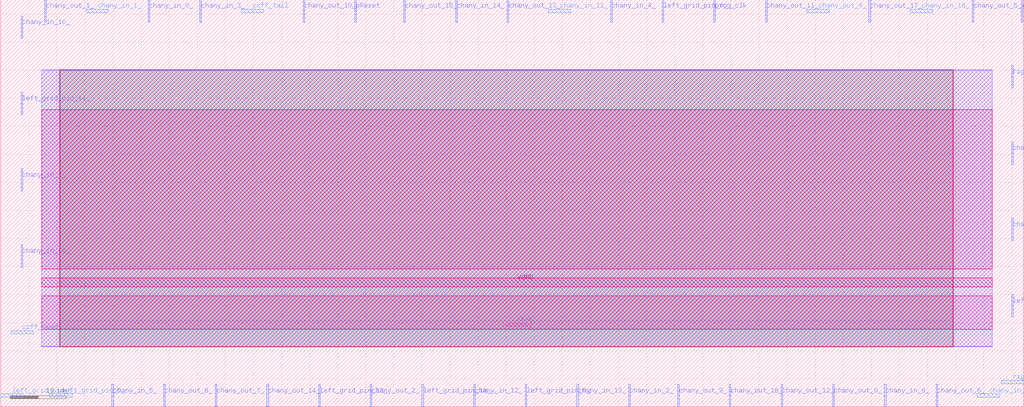
<source format=lef>
VERSION 5.7 ;
  NAMESCASESENSITIVE ON ;
  NOWIREEXTENSIONATPIN ON ;
  DIVIDERCHAR "/" ;
  BUSBITCHARS "[]" ;
UNITS
  DATABASE MICRONS 200 ;
END UNITS

MACRO cby_0__1_
  CLASS BLOCK ;
  FOREIGN cby_0__1_ ;
  ORIGIN 0.000 0.000 ;
  SIZE 182.120 BY 72.555 ;
  PIN ccff_head
    DIRECTION INPUT ;
    PORT
      LAYER met3 ;
        RECT 1.770 12.960 5.770 13.560 ;
    END
  END ccff_head
  PIN ccff_tail
    DIRECTION OUTPUT TRISTATE ;
    PORT
      LAYER met3 ;
        RECT 42.780 70.255 46.780 70.855 ;
    END
  END ccff_tail
  PIN chany_in_0_
    DIRECTION INPUT ;
    PORT
      LAYER met2 ;
        RECT 26.240 68.555 26.520 72.555 ;
    END
  END chany_in_0_
  PIN chany_in_10_
    DIRECTION INPUT ;
    PORT
      LAYER met2 ;
        RECT 3.630 65.660 3.910 69.660 ;
    END
  END chany_in_10_
  PIN chany_in_11_
    DIRECTION INPUT ;
    PORT
      LAYER met3 ;
        RECT 97.520 70.255 101.520 70.855 ;
    END
  END chany_in_11_
  PIN chany_in_12_
    DIRECTION INPUT ;
    PORT
      LAYER met2 ;
        RECT 84.200 0.000 84.480 4.000 ;
    END
  END chany_in_12_
  PIN chany_in_13_
    DIRECTION INPUT ;
    PORT
      LAYER met2 ;
        RECT 102.600 0.000 102.880 4.000 ;
    END
  END chany_in_13_
  PIN chany_in_14_
    DIRECTION INPUT ;
    PORT
      LAYER met2 ;
        RECT 80.980 68.555 81.260 72.555 ;
    END
  END chany_in_14_
  PIN chany_in_15_
    DIRECTION INPUT ;
    PORT
      LAYER met2 ;
        RECT 3.630 24.860 3.910 28.860 ;
    END
  END chany_in_15_
  PIN chany_in_16_
    DIRECTION INPUT ;
    PORT
      LAYER met3 ;
        RECT 161.920 70.255 165.920 70.855 ;
    END
  END chany_in_16_
  PIN chany_in_17_
    DIRECTION INPUT ;
    PORT
      LAYER met2 ;
        RECT 179.980 29.620 180.260 33.620 ;
    END
  END chany_in_17_
  PIN chany_in_1_
    DIRECTION INPUT ;
    PORT
      LAYER met3 ;
        RECT 15.180 70.255 19.180 70.855 ;
    END
  END chany_in_1_
  PIN chany_in_2_
    DIRECTION INPUT ;
    PORT
      LAYER met2 ;
        RECT 111.800 0.000 112.080 4.000 ;
    END
  END chany_in_2_
  PIN chany_in_3_
    DIRECTION INPUT ;
    PORT
      LAYER met2 ;
        RECT 35.440 68.555 35.720 72.555 ;
    END
  END chany_in_3_
  PIN chany_in_4_
    DIRECTION INPUT ;
    PORT
      LAYER met2 ;
        RECT 108.580 68.555 108.860 72.555 ;
    END
  END chany_in_4_
  PIN chany_in_5_
    DIRECTION INPUT ;
    PORT
      LAYER met2 ;
        RECT 19.800 0.000 20.080 4.000 ;
    END
  END chany_in_5_
  PIN chany_in_6_
    DIRECTION INPUT ;
    PORT
      LAYER met2 ;
        RECT 157.340 0.000 157.620 4.000 ;
    END
  END chany_in_6_
  PIN chany_in_7_
    DIRECTION INPUT ;
    PORT
      LAYER met2 ;
        RECT 3.630 38.460 3.910 42.460 ;
    END
  END chany_in_7_
  PIN chany_in_8_
    DIRECTION INPUT ;
    PORT
      LAYER met3 ;
        RECT 173.880 1.700 177.880 2.300 ;
    END
  END chany_in_8_
  PIN chany_in_9_
    DIRECTION INPUT ;
    PORT
      LAYER met2 ;
        RECT 181.720 68.555 182.000 72.555 ;
    END
  END chany_in_9_
  PIN chany_out_0_
    DIRECTION OUTPUT TRISTATE ;
    PORT
      LAYER met2 ;
        RECT 148.140 0.000 148.420 4.000 ;
    END
  END chany_out_0_
  PIN chany_out_10_
    DIRECTION OUTPUT TRISTATE ;
    PORT
      LAYER met2 ;
        RECT 53.840 68.555 54.120 72.555 ;
    END
  END chany_out_10_
  PIN chany_out_11_
    DIRECTION OUTPUT TRISTATE ;
    PORT
      LAYER met2 ;
        RECT 136.180 68.555 136.460 72.555 ;
    END
  END chany_out_11_
  PIN chany_out_12_
    DIRECTION OUTPUT TRISTATE ;
    PORT
      LAYER met2 ;
        RECT 138.940 0.000 139.220 4.000 ;
    END
  END chany_out_12_
  PIN chany_out_13_
    DIRECTION OUTPUT TRISTATE ;
    PORT
      LAYER met2 ;
        RECT 90.180 68.555 90.460 72.555 ;
    END
  END chany_out_13_
  PIN chany_out_14_
    DIRECTION OUTPUT TRISTATE ;
    PORT
      LAYER met2 ;
        RECT 47.400 0.000 47.680 4.000 ;
    END
  END chany_out_14_
  PIN chany_out_15_
    DIRECTION OUTPUT TRISTATE ;
    PORT
      LAYER met2 ;
        RECT 71.780 68.555 72.060 72.555 ;
    END
  END chany_out_15_
  PIN chany_out_16_
    DIRECTION OUTPUT TRISTATE ;
    PORT
      LAYER met2 ;
        RECT 129.740 0.000 130.020 4.000 ;
    END
  END chany_out_16_
  PIN chany_out_17_
    DIRECTION OUTPUT TRISTATE ;
    PORT
      LAYER met2 ;
        RECT 154.580 68.555 154.860 72.555 ;
    END
  END chany_out_17_
  PIN chany_out_1_
    DIRECTION OUTPUT TRISTATE ;
    PORT
      LAYER met2 ;
        RECT 7.840 68.555 8.120 72.555 ;
    END
  END chany_out_1_
  PIN chany_out_2_
    DIRECTION OUTPUT TRISTATE ;
    PORT
      LAYER met2 ;
        RECT 65.800 0.000 66.080 4.000 ;
    END
  END chany_out_2_
  PIN chany_out_3_
    DIRECTION OUTPUT TRISTATE ;
    PORT
      LAYER met2 ;
        RECT 179.980 43.220 180.260 47.220 ;
    END
  END chany_out_3_
  PIN chany_out_4_
    DIRECTION OUTPUT TRISTATE ;
    PORT
      LAYER met3 ;
        RECT 143.520 70.255 147.520 70.855 ;
    END
  END chany_out_4_
  PIN chany_out_5_
    DIRECTION OUTPUT TRISTATE ;
    PORT
      LAYER met2 ;
        RECT 172.980 68.555 173.260 72.555 ;
    END
  END chany_out_5_
  PIN chany_out_6_
    DIRECTION OUTPUT TRISTATE ;
    PORT
      LAYER met2 ;
        RECT 166.540 0.000 166.820 4.000 ;
    END
  END chany_out_6_
  PIN chany_out_7_
    DIRECTION OUTPUT TRISTATE ;
    PORT
      LAYER met2 ;
        RECT 38.200 0.000 38.480 4.000 ;
    END
  END chany_out_7_
  PIN chany_out_8_
    DIRECTION OUTPUT TRISTATE ;
    PORT
      LAYER met2 ;
        RECT 29.000 0.000 29.280 4.000 ;
    END
  END chany_out_8_
  PIN chany_out_9_
    DIRECTION OUTPUT TRISTATE ;
    PORT
      LAYER met2 ;
        RECT 120.540 0.000 120.820 4.000 ;
    END
  END chany_out_9_
  PIN left_grid_pin_0_
    DIRECTION OUTPUT TRISTATE ;
    PORT
      LAYER met2 ;
        RECT 93.400 0.000 93.680 4.000 ;
    END
  END left_grid_pin_0_
  PIN left_grid_pin_10_
    DIRECTION OUTPUT TRISTATE ;
    PORT
      LAYER met2 ;
        RECT 75.000 0.000 75.280 4.000 ;
    END
  END left_grid_pin_10_
  PIN left_grid_pin_12_
    DIRECTION OUTPUT TRISTATE ;
    PORT
      LAYER met2 ;
        RECT 56.600 0.000 56.880 4.000 ;
    END
  END left_grid_pin_12_
  PIN left_grid_pin_14_
    DIRECTION OUTPUT TRISTATE ;
    PORT
      LAYER met2 ;
        RECT 3.630 52.060 3.910 56.060 ;
    END
  END left_grid_pin_14_
  PIN left_grid_pin_2_
    DIRECTION OUTPUT TRISTATE ;
    PORT
      LAYER met3 ;
        RECT 8.740 1.700 12.740 2.300 ;
    END
  END left_grid_pin_2_
  PIN left_grid_pin_4_
    DIRECTION OUTPUT TRISTATE ;
    PORT
      LAYER met2 ;
        RECT 117.780 68.555 118.060 72.555 ;
    END
  END left_grid_pin_4_
  PIN left_grid_pin_6_
    DIRECTION OUTPUT TRISTATE ;
    PORT
      LAYER met2 ;
        RECT 179.980 16.020 180.260 20.020 ;
    END
  END left_grid_pin_6_
  PIN left_grid_pin_8_
    DIRECTION OUTPUT TRISTATE ;
    PORT
      LAYER met3 ;
        RECT 0.000 1.700 4.000 2.300 ;
    END
  END left_grid_pin_8_
  PIN pReset
    DIRECTION INPUT ;
    PORT
      LAYER met2 ;
        RECT 63.040 68.555 63.320 72.555 ;
    END
  END pReset
  PIN prog_clk
    DIRECTION INPUT ;
    PORT
      LAYER met2 ;
        RECT 126.980 68.555 127.260 72.555 ;
    END
  END prog_clk
  PIN right_grid_pin_3_
    DIRECTION OUTPUT TRISTATE ;
    PORT
      LAYER met2 ;
        RECT 179.980 56.820 180.260 60.820 ;
    END
  END right_grid_pin_3_
  PIN right_grid_pin_7_
    DIRECTION OUTPUT TRISTATE ;
    PORT
      LAYER met3 ;
        RECT 178.120 4.120 182.120 4.720 ;
    END
  END right_grid_pin_7_
  PIN VPWR
    DIRECTION INPUT ;
    USE POWER ;
    PORT
      LAYER met3 ;
        RECT 89.930 14.340 93.930 14.940 ;
    END
  END VPWR
  PIN VGND
    DIRECTION INPUT ;
    USE GROUND ;
    PORT
      LAYER met5 ;
        RECT 7.290 21.340 176.570 22.940 ;
    END
  END VGND
  OBS
      LAYER li1 ;
        RECT 7.290 10.795 176.570 59.925 ;
      LAYER met1 ;
        RECT 7.290 10.640 176.570 60.080 ;
      LAYER met2 ;
        RECT 10.550 10.640 169.530 60.080 ;
      LAYER met3 ;
        RECT 10.490 15.340 169.590 60.005 ;
        RECT 10.490 13.940 89.530 15.340 ;
        RECT 94.330 13.940 169.590 15.340 ;
        RECT 10.490 10.715 169.590 13.940 ;
      LAYER met4 ;
        RECT 10.490 10.640 169.590 60.080 ;
      LAYER met5 ;
        RECT 7.290 24.540 176.570 52.940 ;
        RECT 7.290 13.840 176.570 19.740 ;
  END
END cby_0__1_
END LIBRARY


</source>
